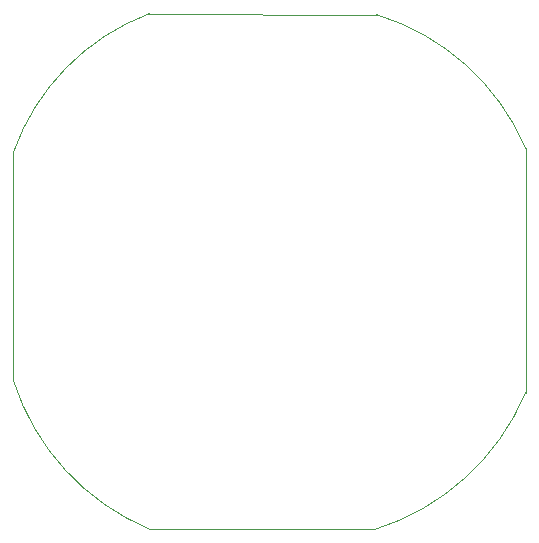
<source format=gm1>
G04 #@! TF.GenerationSoftware,KiCad,Pcbnew,no-vcs-found-7441~57~ubuntu16.04.1*
G04 #@! TF.CreationDate,2017-01-09T18:55:39+02:00*
G04 #@! TF.ProjectId,livolo_2_ways_eu_switch,6C69766F6C6F5F325F776179735F6575,rev?*
G04 #@! TF.FileFunction,Profile,NP*
%FSLAX46Y46*%
G04 Gerber Fmt 4.6, Leading zero omitted, Abs format (unit mm)*
G04 Created by KiCad (PCBNEW no-vcs-found-7441~57~ubuntu16.04.1) date Mon Jan  9 18:55:39 2017*
%MOMM*%
%LPD*%
G01*
G04 APERTURE LIST*
%ADD10C,0.100000*%
G04 APERTURE END LIST*
D10*
X120784114Y-101127366D02*
X120784114Y-101127366D01*
X132287805Y-70059833D02*
X151540943Y-70148219D01*
X151373748Y-113732015D02*
X132373748Y-113732015D01*
X164149999Y-102149076D02*
G75*
G02X151373748Y-113732015I-18839668J7942872D01*
G01*
X151540943Y-70148219D02*
G75*
G02X164150000Y-81450000I-5844772J-19205499D01*
G01*
X132373748Y-113732015D02*
G75*
G02X120784114Y-101127366I7755053J18761064D01*
G01*
X120784114Y-101127366D02*
X120784114Y-81790569D01*
X120784114Y-81790569D02*
G75*
G02X132287805Y-70059833I18362268J-6500984D01*
G01*
X164150000Y-81450000D02*
X164150000Y-102149075D01*
M02*

</source>
